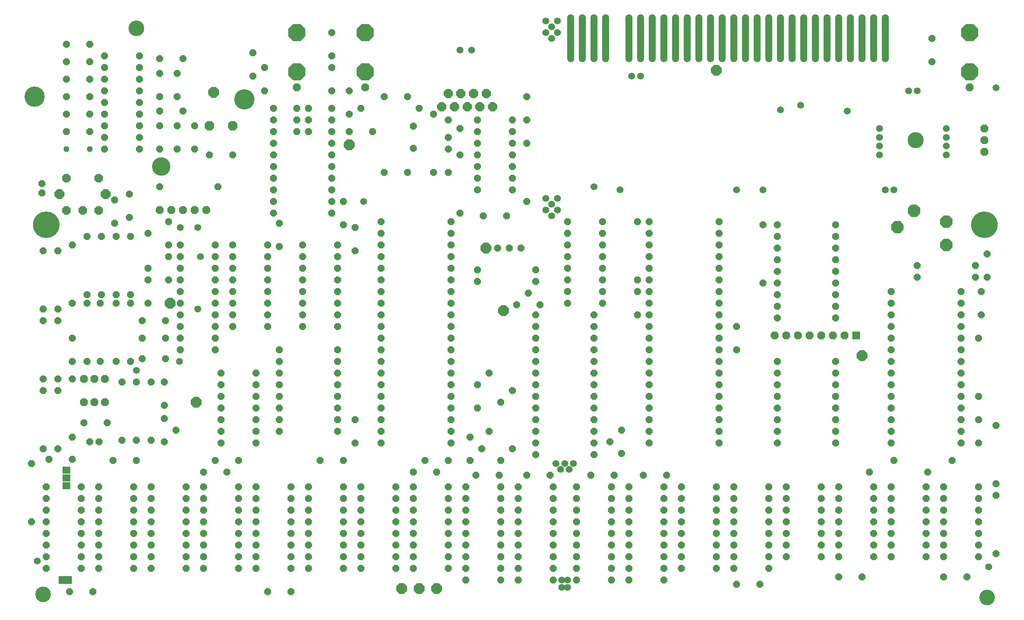
<source format=gbs>
G75*
%MOIN*%
%OFA0B0*%
%FSLAX25Y25*%
%IPPOS*%
%LPD*%
%AMOC8*
5,1,8,0,0,1.08239X$1,22.5*
%
%ADD10C,0.13398*%
%ADD11C,0.22800*%
%ADD12C,0.05918*%
%ADD13OC8,0.10800*%
%ADD14OC8,0.06000*%
%ADD15C,0.02160*%
%ADD16OC8,0.08300*%
%ADD17OC8,0.04769*%
%ADD18OC8,0.06800*%
%ADD19C,0.13800*%
%ADD20OC8,0.07296*%
%ADD21OC8,0.08477*%
%ADD22OC8,0.07850*%
%ADD23OC8,0.06737*%
%ADD24R,0.06737X0.06737*%
%ADD25OC8,0.09300*%
%ADD26C,0.05220*%
%ADD27OC8,0.14643*%
%ADD28R,0.06706X0.05918*%
%ADD29R,0.05400X0.07100*%
%ADD30R,0.00600X0.07200*%
%ADD31C,0.05950*%
%ADD32C,0.17398*%
%ADD33C,0.13461*%
%ADD34C,0.15824*%
D10*
X0032600Y0027600D03*
X0842600Y0025100D03*
D11*
X0840100Y0345100D03*
X0035100Y0345100D03*
D12*
X0027600Y0056350D03*
X0850100Y0462600D03*
D13*
X0807600Y0347600D03*
X0807600Y0327600D03*
D14*
X0782600Y0310100D03*
X0782600Y0300100D03*
X0760100Y0287600D03*
X0760100Y0277600D03*
X0760100Y0267600D03*
X0760100Y0257600D03*
X0760100Y0247600D03*
X0760100Y0237600D03*
X0760100Y0227600D03*
X0760100Y0217600D03*
X0760100Y0207600D03*
X0760100Y0197600D03*
X0760100Y0187600D03*
X0760100Y0177600D03*
X0760100Y0167600D03*
X0760100Y0157600D03*
X0762600Y0142600D03*
X0741350Y0132600D03*
X0745100Y0120100D03*
X0745100Y0110100D03*
X0745100Y0100100D03*
X0745100Y0090100D03*
X0745100Y0080100D03*
X0745100Y0070100D03*
X0745100Y0060100D03*
X0760100Y0060100D03*
X0760100Y0070100D03*
X0760100Y0080100D03*
X0760100Y0090100D03*
X0760100Y0100100D03*
X0760100Y0110100D03*
X0760100Y0120100D03*
X0790100Y0120100D03*
X0790100Y0110100D03*
X0790100Y0100100D03*
X0790100Y0090100D03*
X0790100Y0080100D03*
X0790100Y0070100D03*
X0790100Y0060100D03*
X0805100Y0060100D03*
X0805100Y0070100D03*
X0805100Y0080100D03*
X0805100Y0090100D03*
X0805100Y0100100D03*
X0805100Y0110100D03*
X0805100Y0120100D03*
X0791350Y0132600D03*
X0812600Y0142600D03*
X0820100Y0157600D03*
X0820100Y0167600D03*
X0820100Y0177600D03*
X0820100Y0187600D03*
X0820100Y0197600D03*
X0820100Y0207600D03*
X0820100Y0217600D03*
X0820100Y0227600D03*
X0820100Y0237600D03*
X0820100Y0247600D03*
X0820100Y0257600D03*
X0820100Y0267600D03*
X0820100Y0277600D03*
X0820100Y0287600D03*
X0837600Y0287600D03*
X0832600Y0300100D03*
X0842600Y0300100D03*
X0832600Y0310100D03*
X0842600Y0320100D03*
X0837600Y0267600D03*
X0835100Y0247600D03*
X0835100Y0197600D03*
X0835100Y0177600D03*
X0850100Y0172600D03*
X0835100Y0157600D03*
X0835100Y0120100D03*
X0835100Y0110100D03*
X0835100Y0100100D03*
X0835100Y0090100D03*
X0835100Y0080100D03*
X0835100Y0070100D03*
X0835100Y0060100D03*
X0850100Y0062600D03*
X0825100Y0042600D03*
X0805100Y0042600D03*
X0735100Y0042600D03*
X0715100Y0042600D03*
X0715100Y0060100D03*
X0715100Y0070100D03*
X0700100Y0070100D03*
X0700100Y0060100D03*
X0700100Y0080100D03*
X0715100Y0080100D03*
X0715100Y0090100D03*
X0700100Y0090100D03*
X0700100Y0100100D03*
X0715100Y0100100D03*
X0715100Y0110100D03*
X0700100Y0110100D03*
X0700100Y0120100D03*
X0715100Y0120100D03*
X0670100Y0120100D03*
X0655100Y0120100D03*
X0655100Y0110100D03*
X0670100Y0110100D03*
X0670100Y0100100D03*
X0655100Y0100100D03*
X0655100Y0090100D03*
X0670100Y0090100D03*
X0670100Y0080100D03*
X0655100Y0080100D03*
X0655100Y0070100D03*
X0655100Y0060100D03*
X0670100Y0060100D03*
X0670100Y0070100D03*
X0655100Y0050100D03*
X0647600Y0036350D03*
X0627600Y0036350D03*
X0625100Y0050100D03*
X0625100Y0060100D03*
X0625100Y0070100D03*
X0625100Y0080100D03*
X0625100Y0090100D03*
X0625100Y0100100D03*
X0625100Y0110100D03*
X0625100Y0120100D03*
X0610100Y0120100D03*
X0610100Y0110100D03*
X0610100Y0100100D03*
X0610100Y0090100D03*
X0610100Y0080100D03*
X0610100Y0070100D03*
X0610100Y0060100D03*
X0610100Y0050100D03*
X0580100Y0050100D03*
X0580100Y0060100D03*
X0580100Y0070100D03*
X0580100Y0080100D03*
X0580100Y0090100D03*
X0580100Y0100100D03*
X0580100Y0110100D03*
X0580100Y0120100D03*
X0565100Y0120100D03*
X0565100Y0110100D03*
X0565100Y0100100D03*
X0565100Y0090100D03*
X0565100Y0080100D03*
X0565100Y0070100D03*
X0565100Y0060100D03*
X0565100Y0050100D03*
X0565100Y0040100D03*
X0535100Y0040100D03*
X0535100Y0050100D03*
X0535100Y0060100D03*
X0535100Y0070100D03*
X0535100Y0080100D03*
X0535100Y0090100D03*
X0535100Y0100100D03*
X0535100Y0110100D03*
X0535100Y0120100D03*
X0520100Y0120100D03*
X0520100Y0110100D03*
X0520100Y0100100D03*
X0520100Y0090100D03*
X0520100Y0080100D03*
X0520100Y0070100D03*
X0520100Y0060100D03*
X0520100Y0050100D03*
X0520100Y0040100D03*
X0490100Y0040100D03*
X0490100Y0050100D03*
X0490100Y0060100D03*
X0490100Y0070100D03*
X0490100Y0080100D03*
X0490100Y0090100D03*
X0490100Y0100100D03*
X0490100Y0110100D03*
X0490100Y0120100D03*
X0502600Y0130100D03*
X0522600Y0130100D03*
X0528850Y0148850D03*
X0518850Y0158850D03*
X0505100Y0157600D03*
X0505100Y0147600D03*
X0505100Y0167600D03*
X0505100Y0177600D03*
X0505100Y0187600D03*
X0505100Y0197600D03*
X0505100Y0207600D03*
X0505100Y0217600D03*
X0505100Y0227600D03*
X0505100Y0237600D03*
X0505100Y0247600D03*
X0505100Y0257600D03*
X0505100Y0267600D03*
X0512600Y0277600D03*
X0512600Y0287600D03*
X0512600Y0297600D03*
X0512600Y0307600D03*
X0512600Y0317600D03*
X0512600Y0327600D03*
X0512600Y0337600D03*
X0512600Y0347600D03*
X0482600Y0347600D03*
X0482600Y0337600D03*
X0482600Y0327600D03*
X0482600Y0317600D03*
X0482600Y0307600D03*
X0482600Y0297600D03*
X0482600Y0287600D03*
X0482600Y0277600D03*
X0458850Y0276350D03*
X0448850Y0286350D03*
X0438850Y0276350D03*
X0455100Y0267600D03*
X0455100Y0257600D03*
X0455100Y0247600D03*
X0455100Y0237600D03*
X0455100Y0227600D03*
X0455100Y0217600D03*
X0455100Y0207600D03*
X0455100Y0197600D03*
X0455100Y0187600D03*
X0455100Y0177600D03*
X0455100Y0167600D03*
X0455100Y0157600D03*
X0455100Y0147600D03*
X0447600Y0130100D03*
X0440100Y0120100D03*
X0440100Y0110100D03*
X0440100Y0100100D03*
X0440100Y0090100D03*
X0440100Y0080100D03*
X0440100Y0070100D03*
X0440100Y0060100D03*
X0440100Y0050100D03*
X0440100Y0040100D03*
X0425100Y0040100D03*
X0425100Y0050100D03*
X0425100Y0060100D03*
X0425100Y0070100D03*
X0425100Y0080100D03*
X0425100Y0090100D03*
X0425100Y0100100D03*
X0425100Y0110100D03*
X0425100Y0120100D03*
X0423850Y0130100D03*
X0425100Y0142600D03*
X0435100Y0152600D03*
X0415100Y0167600D03*
X0398850Y0162600D03*
X0408850Y0152600D03*
X0398850Y0142600D03*
X0403850Y0130100D03*
X0395100Y0120100D03*
X0395100Y0110100D03*
X0395100Y0100100D03*
X0395100Y0090100D03*
X0395100Y0080100D03*
X0395100Y0070100D03*
X0395100Y0060100D03*
X0395100Y0050100D03*
X0395100Y0040100D03*
X0380100Y0050100D03*
X0380100Y0060100D03*
X0380100Y0070100D03*
X0380100Y0080100D03*
X0380100Y0090100D03*
X0380100Y0100100D03*
X0380100Y0110100D03*
X0380100Y0120100D03*
X0370100Y0132600D03*
X0360100Y0142600D03*
X0350100Y0132600D03*
X0350100Y0120100D03*
X0350100Y0110100D03*
X0350100Y0100100D03*
X0350100Y0090100D03*
X0350100Y0080100D03*
X0350100Y0070100D03*
X0350100Y0060100D03*
X0350100Y0050100D03*
X0335100Y0050100D03*
X0335100Y0060100D03*
X0335100Y0070100D03*
X0335100Y0080100D03*
X0335100Y0090100D03*
X0335100Y0100100D03*
X0335100Y0110100D03*
X0335100Y0120100D03*
X0305100Y0120100D03*
X0290100Y0120100D03*
X0290100Y0110100D03*
X0305100Y0110100D03*
X0305100Y0100100D03*
X0290100Y0100100D03*
X0290100Y0090100D03*
X0305100Y0090100D03*
X0305100Y0080100D03*
X0290100Y0080100D03*
X0290100Y0070100D03*
X0290100Y0060100D03*
X0305100Y0060100D03*
X0305100Y0070100D03*
X0305100Y0050100D03*
X0290100Y0050100D03*
X0260100Y0050100D03*
X0245100Y0050100D03*
X0245100Y0060100D03*
X0245100Y0070100D03*
X0260100Y0070100D03*
X0260100Y0060100D03*
X0260100Y0080100D03*
X0245100Y0080100D03*
X0245100Y0090100D03*
X0260100Y0090100D03*
X0260100Y0100100D03*
X0245100Y0100100D03*
X0245100Y0110100D03*
X0260100Y0110100D03*
X0260100Y0120100D03*
X0245100Y0120100D03*
X0215100Y0120100D03*
X0215100Y0110100D03*
X0215100Y0100100D03*
X0215100Y0090100D03*
X0215100Y0080100D03*
X0215100Y0070100D03*
X0215100Y0060100D03*
X0215100Y0050100D03*
X0200100Y0050100D03*
X0200100Y0060100D03*
X0200100Y0070100D03*
X0200100Y0080100D03*
X0200100Y0090100D03*
X0200100Y0100100D03*
X0200100Y0110100D03*
X0200100Y0120100D03*
X0190100Y0132600D03*
X0180100Y0142600D03*
X0170100Y0132600D03*
X0170100Y0120100D03*
X0170100Y0110100D03*
X0170100Y0100100D03*
X0170100Y0090100D03*
X0170100Y0080100D03*
X0170100Y0070100D03*
X0170100Y0060100D03*
X0170100Y0050100D03*
X0155100Y0050100D03*
X0155100Y0060100D03*
X0155100Y0070100D03*
X0155100Y0080100D03*
X0155100Y0090100D03*
X0155100Y0100100D03*
X0155100Y0110100D03*
X0155100Y0120100D03*
X0125100Y0120100D03*
X0125100Y0110100D03*
X0125100Y0100100D03*
X0125100Y0090100D03*
X0125100Y0080100D03*
X0125100Y0070100D03*
X0125100Y0060100D03*
X0125100Y0050100D03*
X0110100Y0050100D03*
X0110100Y0060100D03*
X0110100Y0070100D03*
X0110100Y0080100D03*
X0110100Y0090100D03*
X0110100Y0100100D03*
X0110100Y0110100D03*
X0110100Y0120100D03*
X0080100Y0120100D03*
X0080100Y0110100D03*
X0080100Y0100100D03*
X0080100Y0090100D03*
X0080100Y0080100D03*
X0080100Y0070100D03*
X0080100Y0060100D03*
X0080100Y0050100D03*
X0065100Y0050100D03*
X0065100Y0060100D03*
X0065100Y0070100D03*
X0065100Y0080100D03*
X0065100Y0090100D03*
X0065100Y0100100D03*
X0065100Y0110100D03*
X0065100Y0120100D03*
X0035100Y0120100D03*
X0035100Y0110100D03*
X0035100Y0100100D03*
X0035100Y0090100D03*
X0035100Y0080100D03*
X0035100Y0070100D03*
X0035100Y0060100D03*
X0035100Y0050100D03*
X0055100Y0030100D03*
X0075100Y0030100D03*
X0022600Y0090100D03*
X0022600Y0140100D03*
X0037600Y0143850D03*
X0032600Y0152600D03*
X0045100Y0152600D03*
X0057600Y0143850D03*
X0072350Y0158850D03*
X0080350Y0158850D03*
X0100100Y0160100D03*
X0112600Y0160100D03*
X0125100Y0160100D03*
X0136350Y0158850D03*
X0146350Y0168850D03*
X0136350Y0178850D03*
X0136350Y0190100D03*
X0136350Y0210100D03*
X0125100Y0210100D03*
X0112600Y0210100D03*
X0100100Y0210100D03*
X0095100Y0227600D03*
X0081350Y0227600D03*
X0070100Y0227600D03*
X0057600Y0227600D03*
X0057600Y0212600D03*
X0045100Y0212600D03*
X0045100Y0202600D03*
X0032600Y0202600D03*
X0032600Y0212600D03*
X0057600Y0247600D03*
X0045100Y0262600D03*
X0045100Y0272600D03*
X0057600Y0277600D03*
X0070100Y0277600D03*
X0070100Y0285100D03*
X0082600Y0285100D03*
X0081350Y0277600D03*
X0095100Y0277600D03*
X0095100Y0285100D03*
X0107600Y0285100D03*
X0107600Y0277600D03*
X0122600Y0277600D03*
X0117600Y0262600D03*
X0137600Y0262600D03*
X0150100Y0257600D03*
X0150100Y0247600D03*
X0150100Y0237600D03*
X0137600Y0230100D03*
X0117600Y0230100D03*
X0107600Y0227600D03*
X0117600Y0247600D03*
X0137600Y0247600D03*
X0150100Y0267600D03*
X0150100Y0277600D03*
X0150100Y0287600D03*
X0150100Y0297600D03*
X0150100Y0307600D03*
X0140100Y0297600D03*
X0122600Y0297600D03*
X0122600Y0307600D03*
X0140100Y0317600D03*
X0150100Y0317600D03*
X0150100Y0327600D03*
X0140100Y0327600D03*
X0122600Y0337600D03*
X0107600Y0335100D03*
X0095100Y0335100D03*
X0082600Y0335100D03*
X0070100Y0335100D03*
X0057600Y0327600D03*
X0045100Y0322600D03*
X0032600Y0322600D03*
X0093850Y0346350D03*
X0106350Y0351350D03*
X0093850Y0366350D03*
X0106350Y0371350D03*
X0132600Y0377600D03*
X0140100Y0347600D03*
X0180100Y0327600D03*
X0180100Y0317600D03*
X0180100Y0307600D03*
X0180100Y0297600D03*
X0180100Y0287600D03*
X0180100Y0277600D03*
X0180100Y0267600D03*
X0180100Y0257600D03*
X0180100Y0247600D03*
X0180100Y0237600D03*
X0185100Y0217600D03*
X0185100Y0207600D03*
X0185100Y0197600D03*
X0185100Y0187600D03*
X0185100Y0177600D03*
X0185100Y0167600D03*
X0185100Y0157600D03*
X0200100Y0142600D03*
X0215100Y0157600D03*
X0215100Y0167600D03*
X0215100Y0177600D03*
X0215100Y0187600D03*
X0215100Y0197600D03*
X0215100Y0207600D03*
X0215100Y0217600D03*
X0235100Y0217600D03*
X0235100Y0207600D03*
X0235100Y0197600D03*
X0235100Y0187600D03*
X0235100Y0177600D03*
X0235100Y0167600D03*
X0270100Y0142600D03*
X0290100Y0142600D03*
X0300100Y0157600D03*
X0285100Y0167600D03*
X0285100Y0177600D03*
X0285100Y0187600D03*
X0285100Y0197600D03*
X0285100Y0207600D03*
X0285100Y0217600D03*
X0285100Y0227600D03*
X0285100Y0237600D03*
X0285100Y0257600D03*
X0285100Y0267600D03*
X0285100Y0277600D03*
X0285100Y0287600D03*
X0285100Y0297600D03*
X0285100Y0307600D03*
X0285100Y0317600D03*
X0285100Y0327600D03*
X0300100Y0322600D03*
X0322600Y0317600D03*
X0322600Y0307600D03*
X0322600Y0297600D03*
X0322600Y0287600D03*
X0322600Y0277600D03*
X0322600Y0267600D03*
X0322600Y0257600D03*
X0322600Y0247600D03*
X0322600Y0237600D03*
X0322600Y0227600D03*
X0322600Y0217600D03*
X0322600Y0207600D03*
X0322600Y0197600D03*
X0322600Y0187600D03*
X0322600Y0177600D03*
X0322600Y0167600D03*
X0322600Y0157600D03*
X0300100Y0177600D03*
X0382600Y0177600D03*
X0382600Y0167600D03*
X0382600Y0157600D03*
X0380100Y0142600D03*
X0382600Y0187600D03*
X0382600Y0197600D03*
X0382600Y0207600D03*
X0382600Y0217600D03*
X0382600Y0227600D03*
X0382600Y0237600D03*
X0382600Y0247600D03*
X0382600Y0257600D03*
X0382600Y0267600D03*
X0382600Y0277600D03*
X0382600Y0287600D03*
X0382600Y0297600D03*
X0382600Y0307600D03*
X0382600Y0317600D03*
X0382600Y0327600D03*
X0382600Y0337600D03*
X0382600Y0347600D03*
X0390100Y0355100D03*
X0410100Y0352600D03*
X0430100Y0352600D03*
X0447600Y0365100D03*
X0435100Y0375100D03*
X0435100Y0385100D03*
X0435100Y0395100D03*
X0435100Y0405100D03*
X0435100Y0415100D03*
X0435100Y0425100D03*
X0435100Y0435100D03*
X0447600Y0435100D03*
X0447600Y0415100D03*
X0405100Y0415100D03*
X0405100Y0405100D03*
X0405100Y0395100D03*
X0405100Y0385100D03*
X0405100Y0375100D03*
X0380100Y0390100D03*
X0367600Y0390100D03*
X0390100Y0405100D03*
X0380100Y0410100D03*
X0380100Y0420100D03*
X0390100Y0427600D03*
X0380100Y0435100D03*
X0367600Y0440100D03*
X0355100Y0445100D03*
X0345100Y0455100D03*
X0325100Y0455100D03*
X0305100Y0445100D03*
X0295100Y0440100D03*
X0280100Y0435100D03*
X0280100Y0425100D03*
X0295100Y0425100D03*
X0280100Y0415100D03*
X0280100Y0405100D03*
X0280100Y0395100D03*
X0280100Y0385100D03*
X0280100Y0375100D03*
X0280100Y0365100D03*
X0290100Y0365100D03*
X0280100Y0355100D03*
X0290100Y0345100D03*
X0300100Y0342600D03*
X0322600Y0337600D03*
X0322600Y0327600D03*
X0322600Y0347600D03*
X0255100Y0327600D03*
X0255100Y0317600D03*
X0255100Y0307600D03*
X0255100Y0297600D03*
X0255100Y0287600D03*
X0255100Y0277600D03*
X0255100Y0267600D03*
X0255100Y0257600D03*
X0235100Y0237600D03*
X0235100Y0227600D03*
X0225100Y0257600D03*
X0225100Y0267600D03*
X0225100Y0277600D03*
X0225100Y0287600D03*
X0225100Y0297600D03*
X0225100Y0307600D03*
X0225100Y0317600D03*
X0225100Y0327600D03*
X0235100Y0326350D03*
X0235100Y0346350D03*
X0230100Y0355100D03*
X0230100Y0365100D03*
X0230100Y0375100D03*
X0230100Y0385100D03*
X0230100Y0395100D03*
X0230100Y0405100D03*
X0230100Y0415100D03*
X0230100Y0425100D03*
X0230100Y0435100D03*
X0230100Y0445100D03*
X0250100Y0445100D03*
X0260100Y0445100D03*
X0260100Y0435100D03*
X0250100Y0435100D03*
X0250100Y0425100D03*
X0260100Y0425100D03*
X0280100Y0445100D03*
X0280100Y0460100D03*
X0295100Y0460100D03*
X0280100Y0480100D03*
X0280100Y0490100D03*
X0280100Y0510100D03*
X0222600Y0480100D03*
X0212600Y0472600D03*
X0222600Y0460100D03*
X0212600Y0492600D03*
X0152600Y0487600D03*
X0132600Y0487600D03*
X0115100Y0490100D03*
X0115100Y0480100D03*
X0115100Y0470100D03*
X0115100Y0460100D03*
X0115100Y0450100D03*
X0115100Y0440100D03*
X0115100Y0430100D03*
X0115100Y0420100D03*
X0115100Y0410100D03*
X0132600Y0410100D03*
X0147600Y0410100D03*
X0162600Y0410100D03*
X0175100Y0405100D03*
X0195100Y0405100D03*
X0182600Y0377600D03*
X0195100Y0327600D03*
X0195100Y0317600D03*
X0195100Y0307600D03*
X0195100Y0297600D03*
X0195100Y0287600D03*
X0195100Y0277600D03*
X0195100Y0267600D03*
X0195100Y0257600D03*
X0087600Y0175100D03*
X0067600Y0175100D03*
X0057600Y0162600D03*
X0092600Y0142600D03*
X0112600Y0142600D03*
X0225100Y0030100D03*
X0245100Y0030100D03*
X0470100Y0040100D03*
X0470100Y0050100D03*
X0470100Y0060100D03*
X0470100Y0070100D03*
X0470100Y0080100D03*
X0470100Y0090100D03*
X0470100Y0100100D03*
X0470100Y0110100D03*
X0470100Y0120100D03*
X0467600Y0130100D03*
X0528850Y0168850D03*
X0552600Y0167600D03*
X0552600Y0177600D03*
X0552600Y0187600D03*
X0552600Y0197600D03*
X0552600Y0207600D03*
X0552600Y0217600D03*
X0552600Y0227600D03*
X0552600Y0237600D03*
X0552600Y0247600D03*
X0552600Y0257600D03*
X0552600Y0267600D03*
X0542600Y0267600D03*
X0552600Y0277600D03*
X0552600Y0287600D03*
X0542600Y0287600D03*
X0542600Y0297600D03*
X0552600Y0297600D03*
X0552600Y0307600D03*
X0552600Y0317600D03*
X0552600Y0327600D03*
X0552600Y0337600D03*
X0552600Y0347600D03*
X0542600Y0347600D03*
X0612600Y0347600D03*
X0612600Y0337600D03*
X0612600Y0327600D03*
X0612600Y0317600D03*
X0612600Y0307600D03*
X0612600Y0297600D03*
X0612600Y0287600D03*
X0612600Y0277600D03*
X0612600Y0267600D03*
X0612600Y0257600D03*
X0627600Y0257600D03*
X0612600Y0247600D03*
X0612600Y0237600D03*
X0612600Y0227600D03*
X0627600Y0237600D03*
X0612600Y0217600D03*
X0612600Y0207600D03*
X0612600Y0197600D03*
X0612600Y0187600D03*
X0612600Y0177600D03*
X0612600Y0167600D03*
X0612600Y0157600D03*
X0662600Y0157600D03*
X0662600Y0167600D03*
X0662600Y0177600D03*
X0662600Y0187600D03*
X0662600Y0197600D03*
X0662600Y0207600D03*
X0662600Y0217600D03*
X0662600Y0227600D03*
X0712600Y0227600D03*
X0712600Y0217600D03*
X0712600Y0207600D03*
X0712600Y0197600D03*
X0712600Y0187600D03*
X0712600Y0177600D03*
X0712600Y0167600D03*
X0712600Y0157600D03*
X0850100Y0122600D03*
X0850100Y0112600D03*
X0712600Y0265100D03*
X0712600Y0275100D03*
X0712600Y0285100D03*
X0712600Y0295100D03*
X0712600Y0305100D03*
X0712600Y0315100D03*
X0712600Y0325100D03*
X0712600Y0335100D03*
X0712600Y0345100D03*
X0662600Y0345100D03*
X0650100Y0345100D03*
X0662600Y0335100D03*
X0662600Y0325100D03*
X0662600Y0315100D03*
X0662600Y0305100D03*
X0662600Y0295100D03*
X0650100Y0295100D03*
X0662600Y0285100D03*
X0662600Y0275100D03*
X0662600Y0265100D03*
X0552600Y0157600D03*
X0547600Y0130100D03*
X0567600Y0130100D03*
X0435100Y0202600D03*
X0425100Y0192600D03*
X0405100Y0187600D03*
X0405100Y0207600D03*
X0415100Y0217600D03*
X0405100Y0296350D03*
X0405100Y0306350D03*
X0422600Y0325100D03*
X0432600Y0325100D03*
X0442600Y0325100D03*
X0455100Y0306350D03*
X0455100Y0296350D03*
X0345100Y0390100D03*
X0325100Y0390100D03*
X0350100Y0410600D03*
X0350100Y0429600D03*
X0315100Y0425100D03*
X0405100Y0425100D03*
X0405100Y0435100D03*
X0447600Y0455100D03*
X0162600Y0430100D03*
X0147600Y0430100D03*
X0132600Y0430100D03*
X0132600Y0442600D03*
X0152600Y0442600D03*
X0147600Y0455100D03*
X0132600Y0455100D03*
X0132600Y0475100D03*
X0147600Y0475100D03*
X0085100Y0470100D03*
X0085100Y0460100D03*
X0072600Y0455100D03*
X0085100Y0450100D03*
X0085100Y0440100D03*
X0072600Y0440100D03*
X0085100Y0430100D03*
X0072600Y0425100D03*
X0085100Y0420100D03*
X0085100Y0410100D03*
X0052600Y0425100D03*
X0052600Y0440100D03*
X0052600Y0455100D03*
X0052600Y0470100D03*
X0072600Y0470100D03*
X0085100Y0480100D03*
X0072600Y0485100D03*
X0085100Y0490100D03*
X0072600Y0500100D03*
X0052600Y0500100D03*
X0052600Y0485100D03*
X0031350Y0380350D03*
X0031350Y0372350D03*
X0032600Y0272600D03*
X0032600Y0262600D03*
X0795100Y0485100D03*
X0795100Y0505100D03*
D15*
X0776432Y0356462D02*
X0775352Y0355382D01*
X0775352Y0358960D01*
X0777882Y0361490D01*
X0781460Y0361490D01*
X0783990Y0358960D01*
X0783990Y0355382D01*
X0781460Y0352852D01*
X0777882Y0352852D01*
X0775352Y0355382D01*
X0776972Y0356053D01*
X0776972Y0358289D01*
X0778553Y0359870D01*
X0780789Y0359870D01*
X0782370Y0358289D01*
X0782370Y0356053D01*
X0780789Y0354472D01*
X0778553Y0354472D01*
X0776972Y0356053D01*
X0778592Y0356724D01*
X0778592Y0357618D01*
X0779224Y0358250D01*
X0780118Y0358250D01*
X0780750Y0357618D01*
X0780750Y0356724D01*
X0780118Y0356092D01*
X0779224Y0356092D01*
X0778592Y0356724D01*
X0762290Y0342320D02*
X0761210Y0341240D01*
X0761210Y0344818D01*
X0763740Y0347348D01*
X0767318Y0347348D01*
X0769848Y0344818D01*
X0769848Y0341240D01*
X0767318Y0338710D01*
X0763740Y0338710D01*
X0761210Y0341240D01*
X0762830Y0341911D01*
X0762830Y0344147D01*
X0764411Y0345728D01*
X0766647Y0345728D01*
X0768228Y0344147D01*
X0768228Y0341911D01*
X0766647Y0340330D01*
X0764411Y0340330D01*
X0762830Y0341911D01*
X0764450Y0342582D01*
X0764450Y0343476D01*
X0765082Y0344108D01*
X0765976Y0344108D01*
X0766608Y0343476D01*
X0766608Y0342582D01*
X0765976Y0341950D01*
X0765082Y0341950D01*
X0764450Y0342582D01*
D16*
X0195100Y0430100D03*
X0175100Y0430100D03*
D17*
X0072600Y0410100D03*
X0052600Y0410100D03*
D18*
X0067350Y0212600D03*
X0076350Y0212600D03*
X0085350Y0212600D03*
X0085350Y0192600D03*
X0076350Y0192600D03*
X0067350Y0192600D03*
X0840100Y0407600D03*
X0840100Y0417600D03*
X0840100Y0427600D03*
D19*
X0781100Y0417600D03*
D20*
X0080208Y0385208D03*
X0052492Y0385208D03*
X0052492Y0357492D03*
X0066350Y0357492D03*
X0080208Y0357492D03*
D21*
X0086114Y0371350D03*
X0046586Y0371350D03*
D22*
X0374550Y0446359D03*
X0385450Y0446359D03*
X0396350Y0446359D03*
X0407250Y0446359D03*
X0418150Y0446359D03*
X0412700Y0457555D03*
X0401800Y0457555D03*
X0390900Y0457555D03*
X0380000Y0457555D03*
D23*
X0308850Y0462915D03*
X0250100Y0462915D03*
X0172600Y0357600D03*
X0162600Y0357600D03*
X0152600Y0357600D03*
X0142600Y0357600D03*
X0132600Y0357600D03*
X0660100Y0250100D03*
X0670100Y0250100D03*
X0680100Y0250100D03*
X0690100Y0250100D03*
X0700100Y0250100D03*
X0710100Y0250100D03*
X0720100Y0250100D03*
X0827600Y0462915D03*
D24*
X0730100Y0250100D03*
D25*
X0735100Y0232600D03*
X0427600Y0271350D03*
X0412600Y0325100D03*
X0295100Y0413850D03*
X0178850Y0458850D03*
X0141350Y0277600D03*
X0163850Y0192600D03*
X0340100Y0032600D03*
X0355100Y0032600D03*
X0370100Y0032600D03*
X0610100Y0477600D03*
D26*
X0605390Y0487310D02*
X0605390Y0522890D01*
X0605390Y0487310D02*
X0604810Y0487310D01*
X0604810Y0522890D01*
X0605390Y0522890D01*
X0605390Y0492529D02*
X0604810Y0492529D01*
X0604810Y0497748D02*
X0605390Y0497748D01*
X0605390Y0502967D02*
X0604810Y0502967D01*
X0604810Y0508186D02*
X0605390Y0508186D01*
X0605390Y0513405D02*
X0604810Y0513405D01*
X0604810Y0518624D02*
X0605390Y0518624D01*
X0615390Y0522890D02*
X0615390Y0487310D01*
X0614810Y0487310D01*
X0614810Y0522890D01*
X0615390Y0522890D01*
X0615390Y0492529D02*
X0614810Y0492529D01*
X0614810Y0497748D02*
X0615390Y0497748D01*
X0615390Y0502967D02*
X0614810Y0502967D01*
X0614810Y0508186D02*
X0615390Y0508186D01*
X0615390Y0513405D02*
X0614810Y0513405D01*
X0614810Y0518624D02*
X0615390Y0518624D01*
X0625390Y0522890D02*
X0625390Y0487310D01*
X0624810Y0487310D01*
X0624810Y0522890D01*
X0625390Y0522890D01*
X0625390Y0492529D02*
X0624810Y0492529D01*
X0624810Y0497748D02*
X0625390Y0497748D01*
X0625390Y0502967D02*
X0624810Y0502967D01*
X0624810Y0508186D02*
X0625390Y0508186D01*
X0625390Y0513405D02*
X0624810Y0513405D01*
X0624810Y0518624D02*
X0625390Y0518624D01*
X0635390Y0522890D02*
X0635390Y0487310D01*
X0634810Y0487310D01*
X0634810Y0522890D01*
X0635390Y0522890D01*
X0635390Y0492529D02*
X0634810Y0492529D01*
X0634810Y0497748D02*
X0635390Y0497748D01*
X0635390Y0502967D02*
X0634810Y0502967D01*
X0634810Y0508186D02*
X0635390Y0508186D01*
X0635390Y0513405D02*
X0634810Y0513405D01*
X0634810Y0518624D02*
X0635390Y0518624D01*
X0645390Y0522890D02*
X0645390Y0487310D01*
X0644810Y0487310D01*
X0644810Y0522890D01*
X0645390Y0522890D01*
X0645390Y0492529D02*
X0644810Y0492529D01*
X0644810Y0497748D02*
X0645390Y0497748D01*
X0645390Y0502967D02*
X0644810Y0502967D01*
X0644810Y0508186D02*
X0645390Y0508186D01*
X0645390Y0513405D02*
X0644810Y0513405D01*
X0644810Y0518624D02*
X0645390Y0518624D01*
X0655390Y0522890D02*
X0655390Y0487310D01*
X0654810Y0487310D01*
X0654810Y0522890D01*
X0655390Y0522890D01*
X0655390Y0492529D02*
X0654810Y0492529D01*
X0654810Y0497748D02*
X0655390Y0497748D01*
X0655390Y0502967D02*
X0654810Y0502967D01*
X0654810Y0508186D02*
X0655390Y0508186D01*
X0655390Y0513405D02*
X0654810Y0513405D01*
X0654810Y0518624D02*
X0655390Y0518624D01*
X0665390Y0522890D02*
X0665390Y0487310D01*
X0664810Y0487310D01*
X0664810Y0522890D01*
X0665390Y0522890D01*
X0665390Y0492529D02*
X0664810Y0492529D01*
X0664810Y0497748D02*
X0665390Y0497748D01*
X0665390Y0502967D02*
X0664810Y0502967D01*
X0664810Y0508186D02*
X0665390Y0508186D01*
X0665390Y0513405D02*
X0664810Y0513405D01*
X0664810Y0518624D02*
X0665390Y0518624D01*
X0675390Y0522890D02*
X0675390Y0487310D01*
X0674810Y0487310D01*
X0674810Y0522890D01*
X0675390Y0522890D01*
X0675390Y0492529D02*
X0674810Y0492529D01*
X0674810Y0497748D02*
X0675390Y0497748D01*
X0675390Y0502967D02*
X0674810Y0502967D01*
X0674810Y0508186D02*
X0675390Y0508186D01*
X0675390Y0513405D02*
X0674810Y0513405D01*
X0674810Y0518624D02*
X0675390Y0518624D01*
X0685390Y0522890D02*
X0685390Y0487310D01*
X0684810Y0487310D01*
X0684810Y0522890D01*
X0685390Y0522890D01*
X0685390Y0492529D02*
X0684810Y0492529D01*
X0684810Y0497748D02*
X0685390Y0497748D01*
X0685390Y0502967D02*
X0684810Y0502967D01*
X0684810Y0508186D02*
X0685390Y0508186D01*
X0685390Y0513405D02*
X0684810Y0513405D01*
X0684810Y0518624D02*
X0685390Y0518624D01*
X0695390Y0522890D02*
X0695390Y0487310D01*
X0694810Y0487310D01*
X0694810Y0522890D01*
X0695390Y0522890D01*
X0695390Y0492529D02*
X0694810Y0492529D01*
X0694810Y0497748D02*
X0695390Y0497748D01*
X0695390Y0502967D02*
X0694810Y0502967D01*
X0694810Y0508186D02*
X0695390Y0508186D01*
X0695390Y0513405D02*
X0694810Y0513405D01*
X0694810Y0518624D02*
X0695390Y0518624D01*
X0705390Y0522890D02*
X0705390Y0487310D01*
X0704810Y0487310D01*
X0704810Y0522890D01*
X0705390Y0522890D01*
X0705390Y0492529D02*
X0704810Y0492529D01*
X0704810Y0497748D02*
X0705390Y0497748D01*
X0705390Y0502967D02*
X0704810Y0502967D01*
X0704810Y0508186D02*
X0705390Y0508186D01*
X0705390Y0513405D02*
X0704810Y0513405D01*
X0704810Y0518624D02*
X0705390Y0518624D01*
X0715390Y0522890D02*
X0715390Y0487310D01*
X0714810Y0487310D01*
X0714810Y0522890D01*
X0715390Y0522890D01*
X0715390Y0492529D02*
X0714810Y0492529D01*
X0714810Y0497748D02*
X0715390Y0497748D01*
X0715390Y0502967D02*
X0714810Y0502967D01*
X0714810Y0508186D02*
X0715390Y0508186D01*
X0715390Y0513405D02*
X0714810Y0513405D01*
X0714810Y0518624D02*
X0715390Y0518624D01*
X0725390Y0522890D02*
X0725390Y0487310D01*
X0724810Y0487310D01*
X0724810Y0522890D01*
X0725390Y0522890D01*
X0725390Y0492529D02*
X0724810Y0492529D01*
X0724810Y0497748D02*
X0725390Y0497748D01*
X0725390Y0502967D02*
X0724810Y0502967D01*
X0724810Y0508186D02*
X0725390Y0508186D01*
X0725390Y0513405D02*
X0724810Y0513405D01*
X0724810Y0518624D02*
X0725390Y0518624D01*
X0735390Y0522890D02*
X0735390Y0487310D01*
X0734810Y0487310D01*
X0734810Y0522890D01*
X0735390Y0522890D01*
X0735390Y0492529D02*
X0734810Y0492529D01*
X0734810Y0497748D02*
X0735390Y0497748D01*
X0735390Y0502967D02*
X0734810Y0502967D01*
X0734810Y0508186D02*
X0735390Y0508186D01*
X0735390Y0513405D02*
X0734810Y0513405D01*
X0734810Y0518624D02*
X0735390Y0518624D01*
X0745390Y0522890D02*
X0745390Y0487310D01*
X0744810Y0487310D01*
X0744810Y0522890D01*
X0745390Y0522890D01*
X0745390Y0492529D02*
X0744810Y0492529D01*
X0744810Y0497748D02*
X0745390Y0497748D01*
X0745390Y0502967D02*
X0744810Y0502967D01*
X0744810Y0508186D02*
X0745390Y0508186D01*
X0745390Y0513405D02*
X0744810Y0513405D01*
X0744810Y0518624D02*
X0745390Y0518624D01*
X0755390Y0522890D02*
X0755390Y0487310D01*
X0754810Y0487310D01*
X0754810Y0522890D01*
X0755390Y0522890D01*
X0755390Y0492529D02*
X0754810Y0492529D01*
X0754810Y0497748D02*
X0755390Y0497748D01*
X0755390Y0502967D02*
X0754810Y0502967D01*
X0754810Y0508186D02*
X0755390Y0508186D01*
X0755390Y0513405D02*
X0754810Y0513405D01*
X0754810Y0518624D02*
X0755390Y0518624D01*
X0595390Y0522890D02*
X0595390Y0487310D01*
X0594810Y0487310D01*
X0594810Y0522890D01*
X0595390Y0522890D01*
X0595390Y0492529D02*
X0594810Y0492529D01*
X0594810Y0497748D02*
X0595390Y0497748D01*
X0595390Y0502967D02*
X0594810Y0502967D01*
X0594810Y0508186D02*
X0595390Y0508186D01*
X0595390Y0513405D02*
X0594810Y0513405D01*
X0594810Y0518624D02*
X0595390Y0518624D01*
X0585390Y0522890D02*
X0585390Y0487310D01*
X0584810Y0487310D01*
X0584810Y0522890D01*
X0585390Y0522890D01*
X0585390Y0492529D02*
X0584810Y0492529D01*
X0584810Y0497748D02*
X0585390Y0497748D01*
X0585390Y0502967D02*
X0584810Y0502967D01*
X0584810Y0508186D02*
X0585390Y0508186D01*
X0585390Y0513405D02*
X0584810Y0513405D01*
X0584810Y0518624D02*
X0585390Y0518624D01*
X0575390Y0522890D02*
X0575390Y0487310D01*
X0574810Y0487310D01*
X0574810Y0522890D01*
X0575390Y0522890D01*
X0575390Y0492529D02*
X0574810Y0492529D01*
X0574810Y0497748D02*
X0575390Y0497748D01*
X0575390Y0502967D02*
X0574810Y0502967D01*
X0574810Y0508186D02*
X0575390Y0508186D01*
X0575390Y0513405D02*
X0574810Y0513405D01*
X0574810Y0518624D02*
X0575390Y0518624D01*
X0565390Y0522890D02*
X0565390Y0487310D01*
X0564810Y0487310D01*
X0564810Y0522890D01*
X0565390Y0522890D01*
X0565390Y0492529D02*
X0564810Y0492529D01*
X0564810Y0497748D02*
X0565390Y0497748D01*
X0565390Y0502967D02*
X0564810Y0502967D01*
X0564810Y0508186D02*
X0565390Y0508186D01*
X0565390Y0513405D02*
X0564810Y0513405D01*
X0564810Y0518624D02*
X0565390Y0518624D01*
X0555390Y0522890D02*
X0555390Y0487310D01*
X0554810Y0487310D01*
X0554810Y0522890D01*
X0555390Y0522890D01*
X0555390Y0492529D02*
X0554810Y0492529D01*
X0554810Y0497748D02*
X0555390Y0497748D01*
X0555390Y0502967D02*
X0554810Y0502967D01*
X0554810Y0508186D02*
X0555390Y0508186D01*
X0555390Y0513405D02*
X0554810Y0513405D01*
X0554810Y0518624D02*
X0555390Y0518624D01*
X0545390Y0522890D02*
X0545390Y0487310D01*
X0544810Y0487310D01*
X0544810Y0522890D01*
X0545390Y0522890D01*
X0545390Y0492529D02*
X0544810Y0492529D01*
X0544810Y0497748D02*
X0545390Y0497748D01*
X0545390Y0502967D02*
X0544810Y0502967D01*
X0544810Y0508186D02*
X0545390Y0508186D01*
X0545390Y0513405D02*
X0544810Y0513405D01*
X0544810Y0518624D02*
X0545390Y0518624D01*
X0535390Y0522890D02*
X0535390Y0487310D01*
X0534810Y0487310D01*
X0534810Y0522890D01*
X0535390Y0522890D01*
X0535390Y0492529D02*
X0534810Y0492529D01*
X0534810Y0497748D02*
X0535390Y0497748D01*
X0535390Y0502967D02*
X0534810Y0502967D01*
X0534810Y0508186D02*
X0535390Y0508186D01*
X0535390Y0513405D02*
X0534810Y0513405D01*
X0534810Y0518624D02*
X0535390Y0518624D01*
X0515390Y0522890D02*
X0515390Y0487310D01*
X0514810Y0487310D01*
X0514810Y0522890D01*
X0515390Y0522890D01*
X0515390Y0492529D02*
X0514810Y0492529D01*
X0514810Y0497748D02*
X0515390Y0497748D01*
X0515390Y0502967D02*
X0514810Y0502967D01*
X0514810Y0508186D02*
X0515390Y0508186D01*
X0515390Y0513405D02*
X0514810Y0513405D01*
X0514810Y0518624D02*
X0515390Y0518624D01*
X0505390Y0522890D02*
X0505390Y0487310D01*
X0504810Y0487310D01*
X0504810Y0522890D01*
X0505390Y0522890D01*
X0505390Y0492529D02*
X0504810Y0492529D01*
X0504810Y0497748D02*
X0505390Y0497748D01*
X0505390Y0502967D02*
X0504810Y0502967D01*
X0504810Y0508186D02*
X0505390Y0508186D01*
X0505390Y0513405D02*
X0504810Y0513405D01*
X0504810Y0518624D02*
X0505390Y0518624D01*
X0495390Y0522890D02*
X0495390Y0487310D01*
X0494810Y0487310D01*
X0494810Y0522890D01*
X0495390Y0522890D01*
X0495390Y0492529D02*
X0494810Y0492529D01*
X0494810Y0497748D02*
X0495390Y0497748D01*
X0495390Y0502967D02*
X0494810Y0502967D01*
X0494810Y0508186D02*
X0495390Y0508186D01*
X0495390Y0513405D02*
X0494810Y0513405D01*
X0494810Y0518624D02*
X0495390Y0518624D01*
X0485390Y0522890D02*
X0485390Y0487310D01*
X0484810Y0487310D01*
X0484810Y0522890D01*
X0485390Y0522890D01*
X0485390Y0492529D02*
X0484810Y0492529D01*
X0484810Y0497748D02*
X0485390Y0497748D01*
X0485390Y0502967D02*
X0484810Y0502967D01*
X0484810Y0508186D02*
X0485390Y0508186D01*
X0485390Y0513405D02*
X0484810Y0513405D01*
X0484810Y0518624D02*
X0485390Y0518624D01*
D27*
X0308850Y0510100D03*
X0308850Y0476360D03*
X0250100Y0476360D03*
X0250100Y0510100D03*
X0827600Y0510100D03*
X0827600Y0476360D03*
D28*
X0052600Y0134293D03*
X0052600Y0127600D03*
X0052600Y0120907D03*
D29*
X0054350Y0040100D03*
X0048350Y0040100D03*
D30*
X0051350Y0040100D03*
D31*
X0112600Y0220100D03*
X0149475Y0227600D03*
X0165100Y0272600D03*
X0167600Y0317600D03*
X0165100Y0342600D03*
X0150100Y0342600D03*
X0307600Y0365100D03*
X0463850Y0367600D03*
X0468850Y0362600D03*
X0463850Y0357600D03*
X0468850Y0352600D03*
X0473850Y0357600D03*
X0473850Y0367600D03*
X0505100Y0377600D03*
X0527600Y0375100D03*
X0627600Y0375100D03*
X0650100Y0375100D03*
X0750100Y0405100D03*
X0750100Y0412600D03*
X0750100Y0420100D03*
X0750100Y0427600D03*
X0722600Y0442600D03*
X0682600Y0447600D03*
X0665100Y0443850D03*
X0775100Y0460100D03*
X0782600Y0460100D03*
X0807600Y0427600D03*
X0807600Y0420100D03*
X0807600Y0412600D03*
X0807600Y0405100D03*
X0762600Y0375100D03*
X0755100Y0375100D03*
X0545100Y0472600D03*
X0537600Y0472600D03*
X0473850Y0510100D03*
X0468850Y0505100D03*
X0463850Y0510100D03*
X0468850Y0515100D03*
X0463850Y0520100D03*
X0473850Y0520100D03*
X0400100Y0495100D03*
X0390100Y0495100D03*
X0472600Y0140100D03*
X0476350Y0135100D03*
X0480100Y0140100D03*
X0483850Y0135100D03*
X0487600Y0140100D03*
X0482600Y0040100D03*
X0477600Y0040100D03*
X0477600Y0033850D03*
X0482600Y0033850D03*
X0843850Y0051350D03*
D32*
X0205100Y0452600D03*
X0025100Y0455100D03*
D33*
X0112600Y0513850D03*
D34*
X0133850Y0395100D03*
M02*

</source>
